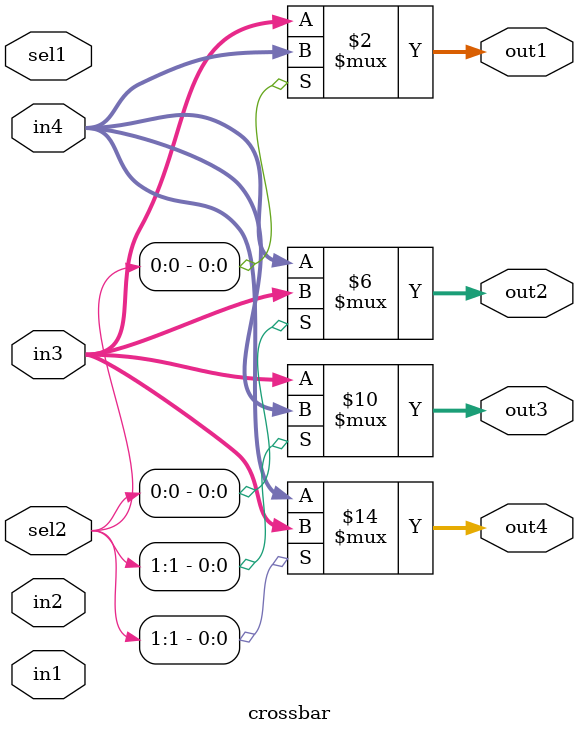
<source format=v>
module crossbar (
  input [3:0] in1,
  input [3:0] in2,
  input [3:0] in3,
  input [3:0] in4,
  input [1:0] sel1,
  input [1:0] sel2,
  output [3:0] out1,
  output [3:0] out2,
  output [3:0] out3,
  output [3:0] out4
);

assign out1 = {sel1[0] == 0 ? in1 : in2, sel2[0] == 0 ? in3 : in4};
assign out2 = {sel1[0] == 1 ? in1 : in2, sel2[0] == 1 ? in3 : in4};
assign out3 = {sel1[1] == 0 ? in1 : in2, sel2[1] == 0 ? in3 : in4};
assign out4 = {sel1[1] == 1 ? in1 : in2, sel2[1] == 1 ? in3 : in4};

endmodule

</source>
